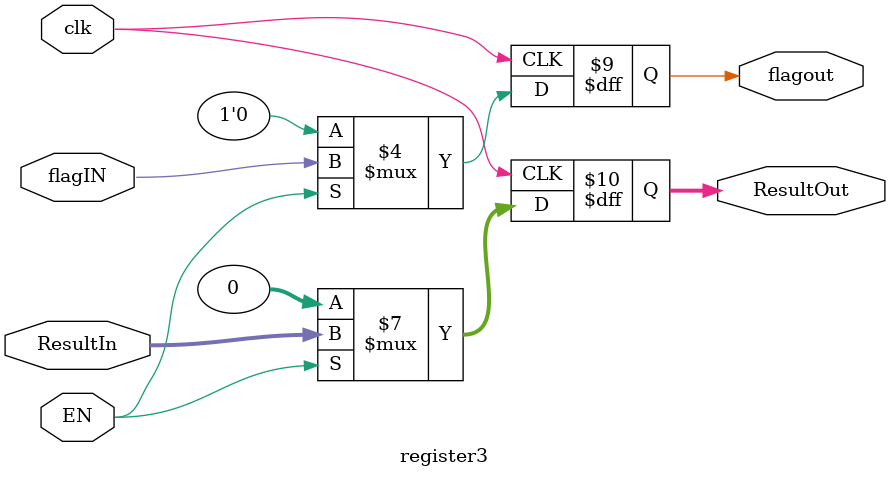
<source format=v>
module register3(
input EN,clk,
input flagIN,
input [31:0] ResultIn,
output reg flagout,
output reg [31:0]ResultOut
);
always @(posedge clk)
	if (EN == 1'b1)
	 begin
	ResultOut <= ResultIn;
	flagout <= flagIN;
	end
	else begin
	ResultOut <= 0;
	flagout <= 0;
	end

endmodule

</source>
